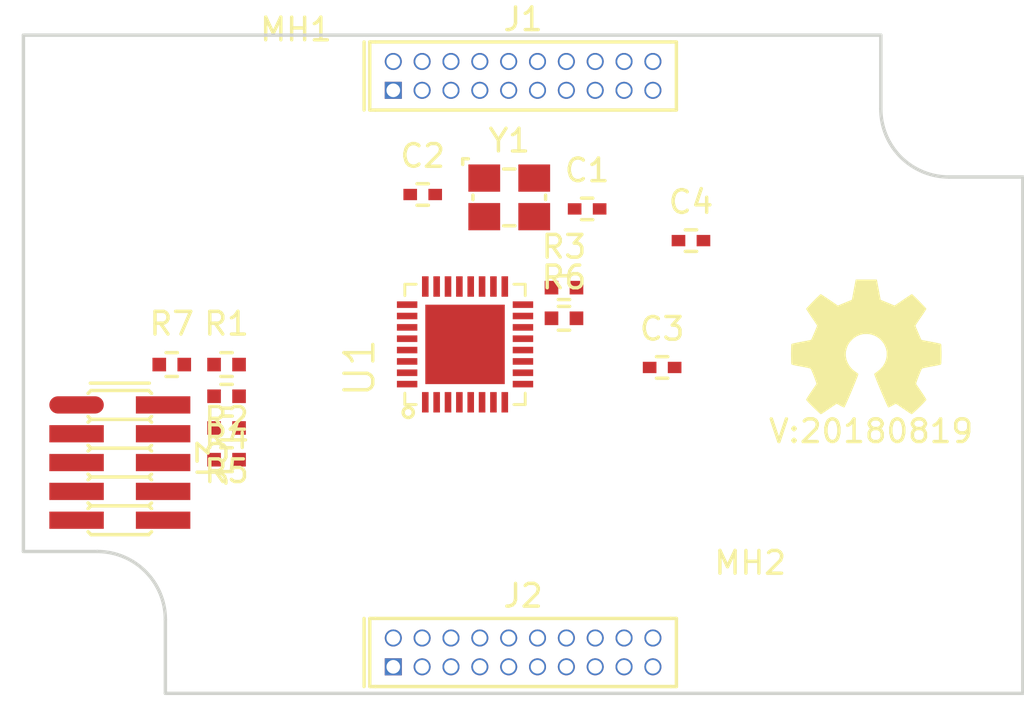
<source format=kicad_pcb>
(kicad_pcb (version 20171130) (host pcbnew 5.0.0-fee4fd1~66~ubuntu18.04.1)

  (general
    (thickness 1.6)
    (drawings 10)
    (tracks 0)
    (zones 0)
    (modules 20)
    (nets 27)
  )

  (page A4)
  (layers
    (0 F.Cu signal)
    (1 In1.Cu signal)
    (2 In2.Cu signal)
    (31 B.Cu signal)
    (32 B.Adhes user)
    (33 F.Adhes user)
    (34 B.Paste user)
    (35 F.Paste user)
    (36 B.SilkS user)
    (37 F.SilkS user)
    (38 B.Mask user)
    (39 F.Mask user)
    (40 Dwgs.User user)
    (41 Cmts.User user)
    (42 Eco1.User user)
    (43 Eco2.User user)
    (44 Edge.Cuts user)
    (45 Margin user)
    (46 B.CrtYd user)
    (47 F.CrtYd user)
    (48 B.Fab user)
    (49 F.Fab user)
  )

  (setup
    (last_trace_width 0.0889)
    (user_trace_width 0.15)
    (user_trace_width 0.2)
    (user_trace_width 0.3)
    (user_trace_width 0.4)
    (user_trace_width 0.6)
    (user_trace_width 1)
    (user_trace_width 1.5)
    (user_trace_width 2)
    (trace_clearance 0.0889)
    (zone_clearance 0.508)
    (zone_45_only no)
    (trace_min 0.0889)
    (segment_width 0.2)
    (edge_width 0.15)
    (via_size 0.45)
    (via_drill 0.2)
    (via_min_size 0.45)
    (via_min_drill 0.2)
    (user_via 0.45 0.2)
    (user_via 0.65 0.4)
    (user_via 0.75 0.6)
    (user_via 0.95 0.8)
    (user_via 1.3 1)
    (user_via 1.5 1.2)
    (user_via 1.7 1.4)
    (user_via 1.9 1.6)
    (uvia_size 0.6)
    (uvia_drill 0.3)
    (uvias_allowed no)
    (uvia_min_size 0.381)
    (uvia_min_drill 0.254)
    (pcb_text_width 0.3)
    (pcb_text_size 1.5 1.5)
    (mod_edge_width 0.15)
    (mod_text_size 1 1)
    (mod_text_width 0.15)
    (pad_size 1.524 1.524)
    (pad_drill 0.762)
    (pad_to_mask_clearance 0.2)
    (aux_axis_origin 0 0)
    (visible_elements FFFFFF7F)
    (pcbplotparams
      (layerselection 0x00030_80000001)
      (usegerberextensions false)
      (usegerberattributes false)
      (usegerberadvancedattributes false)
      (creategerberjobfile false)
      (excludeedgelayer true)
      (linewidth 0.100000)
      (plotframeref false)
      (viasonmask false)
      (mode 1)
      (useauxorigin false)
      (hpglpennumber 1)
      (hpglpenspeed 20)
      (hpglpendiameter 15.000000)
      (psnegative false)
      (psa4output false)
      (plotreference true)
      (plotvalue true)
      (plotinvisibletext false)
      (padsonsilk false)
      (subtractmaskfromsilk false)
      (outputformat 1)
      (mirror false)
      (drillshape 1)
      (scaleselection 1)
      (outputdirectory ""))
  )

  (net 0 "")
  (net 1 VDD)
  (net 2 VSS)
  (net 3 VCC)
  (net 4 VDDA)
  (net 5 VSSA)
  (net 6 /XTAL_IN)
  (net 7 /XTAL_OUT)
  (net 8 "Net-(J3-Pad1)")
  (net 9 "Net-(J3-Pad2)")
  (net 10 "Net-(J3-Pad4)")
  (net 11 "Net-(J3-Pad10)")
  (net 12 /SWDIO)
  (net 13 /SWDCLK)
  (net 14 /RESET)
  (net 15 /IO00_SDA)
  (net 16 /IO01_SCL)
  (net 17 /ANALOG0)
  (net 18 /ANALOG1)
  (net 19 /ANALOG2)
  (net 20 /ANALOG3)
  (net 21 /ANALOG4)
  (net 22 /ANALOG5)
  (net 23 /ANALOG6)
  (net 24 /ANALOG7)
  (net 25 /ANALOG8)
  (net 26 /ANALOG9)

  (net_class Default "This is the default net class."
    (clearance 0.0889)
    (trace_width 0.0889)
    (via_dia 0.45)
    (via_drill 0.2)
    (uvia_dia 0.6)
    (uvia_drill 0.3)
    (add_net /ANALOG0)
    (add_net /ANALOG1)
    (add_net /ANALOG2)
    (add_net /ANALOG3)
    (add_net /ANALOG4)
    (add_net /ANALOG5)
    (add_net /ANALOG6)
    (add_net /ANALOG7)
    (add_net /ANALOG8)
    (add_net /ANALOG9)
    (add_net /IO00_SDA)
    (add_net /IO01_SCL)
    (add_net /RESET)
    (add_net /SWDCLK)
    (add_net /SWDIO)
    (add_net /XTAL_IN)
    (add_net /XTAL_OUT)
    (add_net "Net-(J3-Pad1)")
    (add_net "Net-(J3-Pad10)")
    (add_net "Net-(J3-Pad2)")
    (add_net "Net-(J3-Pad4)")
    (add_net VCC)
    (add_net VDD)
    (add_net VDDA)
    (add_net VSS)
    (add_net VSSA)
  )

  (module Symbols:OSHW-Symbol_6.7x6mm_SilkScreen (layer F.Cu) (tedit 0) (tstamp 5A135134)
    (at 75.4 162.05)
    (descr "Open Source Hardware Symbol")
    (tags "Logo Symbol OSHW")
    (path /5A135869)
    (attr virtual)
    (fp_text reference N1 (at 0 0) (layer F.SilkS) hide
      (effects (font (size 1 1) (thickness 0.15)))
    )
    (fp_text value OHWLOGO (at 0.75 0) (layer F.Fab) hide
      (effects (font (size 1 1) (thickness 0.15)))
    )
    (fp_poly (pts (xy 0.555814 -2.531069) (xy 0.639635 -2.086445) (xy 0.94892 -1.958947) (xy 1.258206 -1.831449)
      (xy 1.629246 -2.083754) (xy 1.733157 -2.154004) (xy 1.827087 -2.216728) (xy 1.906652 -2.269062)
      (xy 1.96747 -2.308143) (xy 2.005157 -2.331107) (xy 2.015421 -2.336058) (xy 2.03391 -2.323324)
      (xy 2.07342 -2.288118) (xy 2.129522 -2.234938) (xy 2.197787 -2.168282) (xy 2.273786 -2.092646)
      (xy 2.353092 -2.012528) (xy 2.431275 -1.932426) (xy 2.503907 -1.856836) (xy 2.566559 -1.790255)
      (xy 2.614803 -1.737182) (xy 2.64421 -1.702113) (xy 2.651241 -1.690377) (xy 2.641123 -1.66874)
      (xy 2.612759 -1.621338) (xy 2.569129 -1.552807) (xy 2.513218 -1.467785) (xy 2.448006 -1.370907)
      (xy 2.410219 -1.31565) (xy 2.341343 -1.214752) (xy 2.28014 -1.123701) (xy 2.229578 -1.04703)
      (xy 2.192628 -0.989272) (xy 2.172258 -0.954957) (xy 2.169197 -0.947746) (xy 2.176136 -0.927252)
      (xy 2.195051 -0.879487) (xy 2.223087 -0.811168) (xy 2.257391 -0.729011) (xy 2.295109 -0.63973)
      (xy 2.333387 -0.550042) (xy 2.36937 -0.466662) (xy 2.400206 -0.396306) (xy 2.423039 -0.34569)
      (xy 2.435017 -0.321529) (xy 2.435724 -0.320578) (xy 2.454531 -0.315964) (xy 2.504618 -0.305672)
      (xy 2.580793 -0.290713) (xy 2.677865 -0.272099) (xy 2.790643 -0.250841) (xy 2.856442 -0.238582)
      (xy 2.97695 -0.215638) (xy 3.085797 -0.193805) (xy 3.177476 -0.174278) (xy 3.246481 -0.158252)
      (xy 3.287304 -0.146921) (xy 3.295511 -0.143326) (xy 3.303548 -0.118994) (xy 3.310033 -0.064041)
      (xy 3.31497 0.015108) (xy 3.318364 0.112026) (xy 3.320218 0.220287) (xy 3.320538 0.333465)
      (xy 3.319327 0.445135) (xy 3.31659 0.548868) (xy 3.312331 0.638241) (xy 3.306555 0.706826)
      (xy 3.299267 0.748197) (xy 3.294895 0.75681) (xy 3.268764 0.767133) (xy 3.213393 0.781892)
      (xy 3.136107 0.799352) (xy 3.04423 0.81778) (xy 3.012158 0.823741) (xy 2.857524 0.852066)
      (xy 2.735375 0.874876) (xy 2.641673 0.89308) (xy 2.572384 0.907583) (xy 2.523471 0.919292)
      (xy 2.490897 0.929115) (xy 2.470628 0.937956) (xy 2.458626 0.946724) (xy 2.456947 0.948457)
      (xy 2.440184 0.976371) (xy 2.414614 1.030695) (xy 2.382788 1.104777) (xy 2.34726 1.191965)
      (xy 2.310583 1.285608) (xy 2.275311 1.379052) (xy 2.243996 1.465647) (xy 2.219193 1.53874)
      (xy 2.203454 1.591678) (xy 2.199332 1.617811) (xy 2.199676 1.618726) (xy 2.213641 1.640086)
      (xy 2.245322 1.687084) (xy 2.291391 1.754827) (xy 2.348518 1.838423) (xy 2.413373 1.932982)
      (xy 2.431843 1.959854) (xy 2.497699 2.057275) (xy 2.55565 2.146163) (xy 2.602538 2.221412)
      (xy 2.635207 2.27792) (xy 2.6505 2.310581) (xy 2.651241 2.314593) (xy 2.638392 2.335684)
      (xy 2.602888 2.377464) (xy 2.549293 2.435445) (xy 2.482171 2.505135) (xy 2.406087 2.582045)
      (xy 2.325604 2.661683) (xy 2.245287 2.739561) (xy 2.169699 2.811186) (xy 2.103405 2.87207)
      (xy 2.050969 2.917721) (xy 2.016955 2.94365) (xy 2.007545 2.947883) (xy 1.985643 2.937912)
      (xy 1.9408 2.91102) (xy 1.880321 2.871736) (xy 1.833789 2.840117) (xy 1.749475 2.782098)
      (xy 1.649626 2.713784) (xy 1.549473 2.645579) (xy 1.495627 2.609075) (xy 1.313371 2.4858)
      (xy 1.160381 2.56852) (xy 1.090682 2.604759) (xy 1.031414 2.632926) (xy 0.991311 2.648991)
      (xy 0.981103 2.651226) (xy 0.968829 2.634722) (xy 0.944613 2.588082) (xy 0.910263 2.515609)
      (xy 0.867588 2.421606) (xy 0.818394 2.310374) (xy 0.76449 2.186215) (xy 0.707684 2.053432)
      (xy 0.649782 1.916327) (xy 0.592593 1.779202) (xy 0.537924 1.646358) (xy 0.487584 1.522098)
      (xy 0.44338 1.410725) (xy 0.407119 1.316539) (xy 0.380609 1.243844) (xy 0.365658 1.196941)
      (xy 0.363254 1.180833) (xy 0.382311 1.160286) (xy 0.424036 1.126933) (xy 0.479706 1.087702)
      (xy 0.484378 1.084599) (xy 0.628264 0.969423) (xy 0.744283 0.835053) (xy 0.83143 0.685784)
      (xy 0.888699 0.525913) (xy 0.915086 0.359737) (xy 0.909585 0.191552) (xy 0.87119 0.025655)
      (xy 0.798895 -0.133658) (xy 0.777626 -0.168513) (xy 0.666996 -0.309263) (xy 0.536302 -0.422286)
      (xy 0.390064 -0.506997) (xy 0.232808 -0.562806) (xy 0.069057 -0.589126) (xy -0.096667 -0.58537)
      (xy -0.259838 -0.55095) (xy -0.415935 -0.485277) (xy -0.560433 -0.387765) (xy -0.605131 -0.348187)
      (xy -0.718888 -0.224297) (xy -0.801782 -0.093876) (xy -0.858644 0.052315) (xy -0.890313 0.197088)
      (xy -0.898131 0.35986) (xy -0.872062 0.52344) (xy -0.814755 0.682298) (xy -0.728856 0.830906)
      (xy -0.617014 0.963735) (xy -0.481877 1.075256) (xy -0.464117 1.087011) (xy -0.40785 1.125508)
      (xy -0.365077 1.158863) (xy -0.344628 1.18016) (xy -0.344331 1.180833) (xy -0.348721 1.203871)
      (xy -0.366124 1.256157) (xy -0.394732 1.33339) (xy -0.432735 1.431268) (xy -0.478326 1.545491)
      (xy -0.529697 1.671758) (xy -0.585038 1.805767) (xy -0.642542 1.943218) (xy -0.700399 2.079808)
      (xy -0.756802 2.211237) (xy -0.809942 2.333205) (xy -0.85801 2.441409) (xy -0.899199 2.531549)
      (xy -0.931699 2.599323) (xy -0.953703 2.64043) (xy -0.962564 2.651226) (xy -0.98964 2.642819)
      (xy -1.040303 2.620272) (xy -1.105817 2.587613) (xy -1.141841 2.56852) (xy -1.294832 2.4858)
      (xy -1.477088 2.609075) (xy -1.570125 2.672228) (xy -1.671985 2.741727) (xy -1.767438 2.807165)
      (xy -1.81525 2.840117) (xy -1.882495 2.885273) (xy -1.939436 2.921057) (xy -1.978646 2.942938)
      (xy -1.991381 2.947563) (xy -2.009917 2.935085) (xy -2.050941 2.900252) (xy -2.110475 2.846678)
      (xy -2.184542 2.777983) (xy -2.269165 2.697781) (xy -2.322685 2.646286) (xy -2.416319 2.554286)
      (xy -2.497241 2.471999) (xy -2.562177 2.402945) (xy -2.607858 2.350644) (xy -2.631011 2.318616)
      (xy -2.633232 2.312116) (xy -2.622924 2.287394) (xy -2.594439 2.237405) (xy -2.550937 2.167212)
      (xy -2.495577 2.081875) (xy -2.43152 1.986456) (xy -2.413303 1.959854) (xy -2.346927 1.863167)
      (xy -2.287378 1.776117) (xy -2.237984 1.703595) (xy -2.202075 1.650493) (xy -2.182981 1.621703)
      (xy -2.181136 1.618726) (xy -2.183895 1.595782) (xy -2.198538 1.545336) (xy -2.222513 1.474041)
      (xy -2.253266 1.388547) (xy -2.288244 1.295507) (xy -2.324893 1.201574) (xy -2.360661 1.113399)
      (xy -2.392994 1.037634) (xy -2.419338 0.980931) (xy -2.437142 0.949943) (xy -2.438407 0.948457)
      (xy -2.449294 0.939601) (xy -2.467682 0.930843) (xy -2.497606 0.921277) (xy -2.543103 0.909996)
      (xy -2.608209 0.896093) (xy -2.696961 0.878663) (xy -2.813393 0.856798) (xy -2.961542 0.829591)
      (xy -2.993618 0.823741) (xy -3.088686 0.805374) (xy -3.171565 0.787405) (xy -3.23493 0.771569)
      (xy -3.271458 0.7596) (xy -3.276356 0.75681) (xy -3.284427 0.732072) (xy -3.290987 0.67679)
      (xy -3.296033 0.597389) (xy -3.299559 0.500296) (xy -3.301561 0.391938) (xy -3.302036 0.27874)
      (xy -3.300977 0.167128) (xy -3.298382 0.063529) (xy -3.294246 -0.025632) (xy -3.288563 -0.093928)
      (xy -3.281331 -0.134934) (xy -3.276971 -0.143326) (xy -3.252698 -0.151792) (xy -3.197426 -0.165565)
      (xy -3.116662 -0.18345) (xy -3.015912 -0.204252) (xy -2.900683 -0.226777) (xy -2.837902 -0.238582)
      (xy -2.718787 -0.260849) (xy -2.612565 -0.281021) (xy -2.524427 -0.298085) (xy -2.459566 -0.311031)
      (xy -2.423174 -0.318845) (xy -2.417184 -0.320578) (xy -2.407061 -0.34011) (xy -2.385662 -0.387157)
      (xy -2.355839 -0.454997) (xy -2.320445 -0.536909) (xy -2.282332 -0.626172) (xy -2.244353 -0.716065)
      (xy -2.20936 -0.799865) (xy -2.180206 -0.870853) (xy -2.159743 -0.922306) (xy -2.150823 -0.947503)
      (xy -2.150657 -0.948604) (xy -2.160769 -0.968481) (xy -2.189117 -1.014223) (xy -2.232723 -1.081283)
      (xy -2.288606 -1.165116) (xy -2.353787 -1.261174) (xy -2.391679 -1.31635) (xy -2.460725 -1.417519)
      (xy -2.52205 -1.50937) (xy -2.572663 -1.587256) (xy -2.609571 -1.646531) (xy -2.629782 -1.682549)
      (xy -2.632701 -1.690623) (xy -2.620153 -1.709416) (xy -2.585463 -1.749543) (xy -2.533063 -1.806507)
      (xy -2.467384 -1.875815) (xy -2.392856 -1.952969) (xy -2.313913 -2.033475) (xy -2.234983 -2.112837)
      (xy -2.1605 -2.18656) (xy -2.094894 -2.250148) (xy -2.042596 -2.299106) (xy -2.008039 -2.328939)
      (xy -1.996478 -2.336058) (xy -1.977654 -2.326047) (xy -1.932631 -2.297922) (xy -1.865787 -2.254546)
      (xy -1.781499 -2.198782) (xy -1.684144 -2.133494) (xy -1.610707 -2.083754) (xy -1.239667 -1.831449)
      (xy -0.621095 -2.086445) (xy -0.537275 -2.531069) (xy -0.453454 -2.975693) (xy 0.471994 -2.975693)
      (xy 0.555814 -2.531069)) (layer F.SilkS) (width 0.01))
  )

  (module SquantorLabels:Label_version (layer F.Cu) (tedit 5B5A1E49) (tstamp 5B7D93BE)
    (at 76.7 165.85)
    (path /5A1357A5)
    (fp_text reference N2 (at 0 1.4) (layer F.Fab) hide
      (effects (font (size 1 1) (thickness 0.15)))
    )
    (fp_text value 20180819 (at -0.4 -0.1) (layer F.SilkS)
      (effects (font (size 1 1) (thickness 0.15)))
    )
    (fp_text user V: (at -4.9 -0.1) (layer F.SilkS)
      (effects (font (size 1 1) (thickness 0.15)))
    )
  )

  (module SquantorConnectors:Header-0127-2X10-H006 locked (layer F.Cu) (tedit 5B313BA7) (tstamp 5B81CE41)
    (at 60.2996 150.1)
    (path /5B7AC4CB)
    (fp_text reference J1 (at 0 -2.5) (layer F.SilkS)
      (effects (font (size 1 1) (thickness 0.15)))
    )
    (fp_text value DevBoardDigital (at 0 2.5) (layer F.Fab)
      (effects (font (size 1 1) (thickness 0.15)))
    )
    (fp_line (start -7 -1.5) (end -7 1.5) (layer F.SilkS) (width 0.15))
    (fp_line (start 6.75 -1.5) (end 6.5 -1.5) (layer F.SilkS) (width 0.15))
    (fp_line (start 6.75 1.5) (end 6.75 -1.5) (layer F.SilkS) (width 0.15))
    (fp_line (start 6.5 1.5) (end 6.75 1.5) (layer F.SilkS) (width 0.15))
    (fp_line (start -6.75 1.5) (end -6.5 1.5) (layer F.SilkS) (width 0.15))
    (fp_line (start -6.75 -1.5) (end -6.75 1.5) (layer F.SilkS) (width 0.15))
    (fp_line (start -6.5 -1.5) (end -6.75 -1.5) (layer F.SilkS) (width 0.15))
    (fp_line (start 6.5 1.5) (end -6.5 1.5) (layer F.SilkS) (width 0.15))
    (fp_line (start -6.5 -1.5) (end 6.5 -1.5) (layer F.SilkS) (width 0.15))
    (pad 1 thru_hole rect (at -5.715 0.63089) (size 0.75 0.75) (drill 0.6) (layers *.Cu *.Mask)
      (net 1 VDD))
    (pad 2 thru_hole circle (at -5.715 -0.63911) (size 0.75 0.75) (drill 0.6) (layers *.Cu *.Mask)
      (net 1 VDD))
    (pad 3 thru_hole circle (at -4.445 0.63089) (size 0.75 0.75) (drill 0.6) (layers *.Cu *.Mask)
      (net 2 VSS))
    (pad 4 thru_hole circle (at -4.445 -0.63911) (size 0.75 0.75) (drill 0.6) (layers *.Cu *.Mask)
      (net 2 VSS))
    (pad 5 thru_hole circle (at -3.175 0.63089) (size 0.75 0.75) (drill 0.6) (layers *.Cu *.Mask)
      (net 15 /IO00_SDA))
    (pad 6 thru_hole circle (at -3.175 -0.63911) (size 0.75 0.75) (drill 0.6) (layers *.Cu *.Mask)
      (net 16 /IO01_SCL))
    (pad 7 thru_hole circle (at -1.905 0.63089) (size 0.75 0.75) (drill 0.6) (layers *.Cu *.Mask))
    (pad 8 thru_hole circle (at -1.905 -0.63911) (size 0.75 0.75) (drill 0.6) (layers *.Cu *.Mask))
    (pad 9 thru_hole circle (at -0.635 0.63089) (size 0.75 0.75) (drill 0.6) (layers *.Cu *.Mask))
    (pad 10 thru_hole circle (at -0.635 -0.63911) (size 0.75 0.75) (drill 0.6) (layers *.Cu *.Mask))
    (pad 11 thru_hole circle (at 0.635 0.63089) (size 0.75 0.75) (drill 0.6) (layers *.Cu *.Mask))
    (pad 12 thru_hole circle (at 0.635 -0.63911) (size 0.75 0.75) (drill 0.6) (layers *.Cu *.Mask))
    (pad 13 thru_hole circle (at 1.905 0.63089) (size 0.75 0.75) (drill 0.6) (layers *.Cu *.Mask))
    (pad 14 thru_hole circle (at 1.905 -0.63911) (size 0.75 0.75) (drill 0.6) (layers *.Cu *.Mask))
    (pad 15 thru_hole circle (at 3.175 0.63089) (size 0.75 0.75) (drill 0.6) (layers *.Cu *.Mask))
    (pad 16 thru_hole circle (at 3.175 -0.63911) (size 0.75 0.75) (drill 0.6) (layers *.Cu *.Mask))
    (pad 17 thru_hole circle (at 4.445 0.63089) (size 0.75 0.75) (drill 0.6) (layers *.Cu *.Mask))
    (pad 18 thru_hole circle (at 4.445 -0.63911) (size 0.75 0.75) (drill 0.6) (layers *.Cu *.Mask))
    (pad 19 thru_hole circle (at 5.715 0.63089) (size 0.75 0.75) (drill 0.6) (layers *.Cu *.Mask))
    (pad 20 thru_hole circle (at 5.715 -0.63911) (size 0.75 0.75) (drill 0.6) (layers *.Cu *.Mask))
  )

  (module SquantorConnectors:Header-0127-2X10-H006 (layer F.Cu) (tedit 5B313BA7) (tstamp 5B866FA7)
    (at 60.3 175.5)
    (path /5B7AC569)
    (fp_text reference J2 (at 0 -2.5) (layer F.SilkS)
      (effects (font (size 1 1) (thickness 0.15)))
    )
    (fp_text value DevBoardAnalog (at 0 2.5) (layer F.Fab)
      (effects (font (size 1 1) (thickness 0.15)))
    )
    (fp_line (start -7 -1.5) (end -7 1.5) (layer F.SilkS) (width 0.15))
    (fp_line (start 6.75 -1.5) (end 6.5 -1.5) (layer F.SilkS) (width 0.15))
    (fp_line (start 6.75 1.5) (end 6.75 -1.5) (layer F.SilkS) (width 0.15))
    (fp_line (start 6.5 1.5) (end 6.75 1.5) (layer F.SilkS) (width 0.15))
    (fp_line (start -6.75 1.5) (end -6.5 1.5) (layer F.SilkS) (width 0.15))
    (fp_line (start -6.75 -1.5) (end -6.75 1.5) (layer F.SilkS) (width 0.15))
    (fp_line (start -6.5 -1.5) (end -6.75 -1.5) (layer F.SilkS) (width 0.15))
    (fp_line (start 6.5 1.5) (end -6.5 1.5) (layer F.SilkS) (width 0.15))
    (fp_line (start -6.5 -1.5) (end 6.5 -1.5) (layer F.SilkS) (width 0.15))
    (pad 1 thru_hole rect (at -5.715 0.63089) (size 0.75 0.75) (drill 0.6) (layers *.Cu *.Mask)
      (net 3 VCC))
    (pad 2 thru_hole circle (at -5.715 -0.63911) (size 0.75 0.75) (drill 0.6) (layers *.Cu *.Mask)
      (net 3 VCC))
    (pad 3 thru_hole circle (at -4.445 0.63089) (size 0.75 0.75) (drill 0.6) (layers *.Cu *.Mask)
      (net 2 VSS))
    (pad 4 thru_hole circle (at -4.445 -0.63911) (size 0.75 0.75) (drill 0.6) (layers *.Cu *.Mask)
      (net 2 VSS))
    (pad 5 thru_hole circle (at -3.175 0.63089) (size 0.75 0.75) (drill 0.6) (layers *.Cu *.Mask)
      (net 4 VDDA))
    (pad 6 thru_hole circle (at -3.175 -0.63911) (size 0.75 0.75) (drill 0.6) (layers *.Cu *.Mask)
      (net 4 VDDA))
    (pad 7 thru_hole circle (at -1.905 0.63089) (size 0.75 0.75) (drill 0.6) (layers *.Cu *.Mask)
      (net 5 VSSA))
    (pad 8 thru_hole circle (at -1.905 -0.63911) (size 0.75 0.75) (drill 0.6) (layers *.Cu *.Mask)
      (net 5 VSSA))
    (pad 9 thru_hole circle (at -0.635 0.63089) (size 0.75 0.75) (drill 0.6) (layers *.Cu *.Mask))
    (pad 10 thru_hole circle (at -0.635 -0.63911) (size 0.75 0.75) (drill 0.6) (layers *.Cu *.Mask))
    (pad 11 thru_hole circle (at 0.635 0.63089) (size 0.75 0.75) (drill 0.6) (layers *.Cu *.Mask)
      (net 17 /ANALOG0))
    (pad 12 thru_hole circle (at 0.635 -0.63911) (size 0.75 0.75) (drill 0.6) (layers *.Cu *.Mask)
      (net 18 /ANALOG1))
    (pad 13 thru_hole circle (at 1.905 0.63089) (size 0.75 0.75) (drill 0.6) (layers *.Cu *.Mask)
      (net 19 /ANALOG2))
    (pad 14 thru_hole circle (at 1.905 -0.63911) (size 0.75 0.75) (drill 0.6) (layers *.Cu *.Mask)
      (net 20 /ANALOG3))
    (pad 15 thru_hole circle (at 3.175 0.63089) (size 0.75 0.75) (drill 0.6) (layers *.Cu *.Mask)
      (net 21 /ANALOG4))
    (pad 16 thru_hole circle (at 3.175 -0.63911) (size 0.75 0.75) (drill 0.6) (layers *.Cu *.Mask)
      (net 22 /ANALOG5))
    (pad 17 thru_hole circle (at 4.445 0.63089) (size 0.75 0.75) (drill 0.6) (layers *.Cu *.Mask)
      (net 23 /ANALOG6))
    (pad 18 thru_hole circle (at 4.445 -0.63911) (size 0.75 0.75) (drill 0.6) (layers *.Cu *.Mask)
      (net 24 /ANALOG7))
    (pad 19 thru_hole circle (at 5.715 0.63089) (size 0.75 0.75) (drill 0.6) (layers *.Cu *.Mask)
      (net 25 /ANALOG8))
    (pad 20 thru_hole circle (at 5.715 -0.63911) (size 0.75 0.75) (drill 0.6) (layers *.Cu *.Mask)
      (net 26 /ANALOG9))
  )

  (module SquantorPcbOutline:MountingHole_2.5mm_no_metal locked (layer F.Cu) (tedit 5B1CFFB2) (tstamp 5B89BEB8)
    (at 50.3 151.05)
    (path /5B7AD05B)
    (fp_text reference MH1 (at 0 -3) (layer F.SilkS)
      (effects (font (size 1 1) (thickness 0.15)))
    )
    (fp_text value MountingHole (at 0 3) (layer F.Fab)
      (effects (font (size 1 1) (thickness 0.15)))
    )
    (pad "" np_thru_hole circle (at 0 0) (size 2.5 2.5) (drill 2.5) (layers *.Cu *.Mask))
  )

  (module SquantorPcbOutline:MountingHole_2.5mm_no_metal locked (layer F.Cu) (tedit 5B1CFFB2) (tstamp 5B89BEBD)
    (at 70.3 174.55)
    (path /5B7AD009)
    (fp_text reference MH2 (at 0 -3) (layer F.SilkS)
      (effects (font (size 1 1) (thickness 0.15)))
    )
    (fp_text value MountingHole (at 0 3) (layer F.Fab)
      (effects (font (size 1 1) (thickness 0.15)))
    )
    (pad "" np_thru_hole circle (at 0 0) (size 2.5 2.5) (drill 2.5) (layers *.Cu *.Mask))
  )

  (module SquantorRcl:C_0402 (layer F.Cu) (tedit 58D18F8A) (tstamp 5B899DF9)
    (at 63.119 155.956)
    (descr "Capacitor SMD 0402, reflow soldering, AVX (see smccp.pdf)")
    (tags "capacitor 0402")
    (path /5B85E099)
    (attr smd)
    (fp_text reference C1 (at 0 -1.7) (layer F.SilkS)
      (effects (font (size 1 1) (thickness 0.15)))
    )
    (fp_text value 10p (at 0 1.7) (layer F.Fab)
      (effects (font (size 1 1) (thickness 0.15)))
    )
    (fp_line (start -0.25 0.475) (end 0.25 0.475) (layer F.SilkS) (width 0.15))
    (fp_line (start 0.25 -0.475) (end -0.25 -0.475) (layer F.SilkS) (width 0.15))
    (fp_line (start 1.15 -0.6) (end 1.15 0.6) (layer F.CrtYd) (width 0.05))
    (fp_line (start -1.15 -0.6) (end -1.15 0.6) (layer F.CrtYd) (width 0.05))
    (fp_line (start -1.15 0.6) (end 1.15 0.6) (layer F.CrtYd) (width 0.05))
    (fp_line (start -1.15 -0.6) (end 1.15 -0.6) (layer F.CrtYd) (width 0.05))
    (fp_line (start -0.5 -0.25) (end 0.5 -0.25) (layer F.Fab) (width 0.15))
    (fp_line (start 0.5 -0.25) (end 0.5 0.25) (layer F.Fab) (width 0.15))
    (fp_line (start 0.5 0.25) (end -0.5 0.25) (layer F.Fab) (width 0.15))
    (fp_line (start -0.5 0.25) (end -0.5 -0.25) (layer F.Fab) (width 0.15))
    (pad 2 smd rect (at 0.55 0) (size 0.6 0.5) (layers F.Cu F.Paste F.Mask)
      (net 2 VSS) (solder_mask_margin 0.1))
    (pad 1 smd rect (at -0.55 0) (size 0.6 0.5) (layers F.Cu F.Paste F.Mask)
      (net 6 /XTAL_IN) (solder_mask_margin 0.1))
    (model Capacitors_SMD.3dshapes/C_0402.wrl
      (at (xyz 0 0 0))
      (scale (xyz 1 1 1))
      (rotate (xyz 0 0 0))
    )
  )

  (module SquantorRcl:C_0402 (layer F.Cu) (tedit 58D18F8A) (tstamp 5B899E09)
    (at 55.88 155.321)
    (descr "Capacitor SMD 0402, reflow soldering, AVX (see smccp.pdf)")
    (tags "capacitor 0402")
    (path /5B85E03F)
    (attr smd)
    (fp_text reference C2 (at 0 -1.7) (layer F.SilkS)
      (effects (font (size 1 1) (thickness 0.15)))
    )
    (fp_text value 10p (at 0 1.7) (layer F.Fab)
      (effects (font (size 1 1) (thickness 0.15)))
    )
    (fp_line (start -0.5 0.25) (end -0.5 -0.25) (layer F.Fab) (width 0.15))
    (fp_line (start 0.5 0.25) (end -0.5 0.25) (layer F.Fab) (width 0.15))
    (fp_line (start 0.5 -0.25) (end 0.5 0.25) (layer F.Fab) (width 0.15))
    (fp_line (start -0.5 -0.25) (end 0.5 -0.25) (layer F.Fab) (width 0.15))
    (fp_line (start -1.15 -0.6) (end 1.15 -0.6) (layer F.CrtYd) (width 0.05))
    (fp_line (start -1.15 0.6) (end 1.15 0.6) (layer F.CrtYd) (width 0.05))
    (fp_line (start -1.15 -0.6) (end -1.15 0.6) (layer F.CrtYd) (width 0.05))
    (fp_line (start 1.15 -0.6) (end 1.15 0.6) (layer F.CrtYd) (width 0.05))
    (fp_line (start 0.25 -0.475) (end -0.25 -0.475) (layer F.SilkS) (width 0.15))
    (fp_line (start -0.25 0.475) (end 0.25 0.475) (layer F.SilkS) (width 0.15))
    (pad 1 smd rect (at -0.55 0) (size 0.6 0.5) (layers F.Cu F.Paste F.Mask)
      (net 7 /XTAL_OUT) (solder_mask_margin 0.1))
    (pad 2 smd rect (at 0.55 0) (size 0.6 0.5) (layers F.Cu F.Paste F.Mask)
      (net 2 VSS) (solder_mask_margin 0.1))
    (model Capacitors_SMD.3dshapes/C_0402.wrl
      (at (xyz 0 0 0))
      (scale (xyz 1 1 1))
      (rotate (xyz 0 0 0))
    )
  )

  (module SquantorCrystal:Crystal_3225_4 (layer F.Cu) (tedit 5B85A744) (tstamp 5B899E1F)
    (at 59.69 155.448)
    (path /5B85D8C5)
    (attr smd)
    (fp_text reference Y1 (at 0 -2.5) (layer F.SilkS)
      (effects (font (size 1 1) (thickness 0.15)))
    )
    (fp_text value 12MHz (at 0 2.5) (layer F.Fab)
      (effects (font (size 1 1) (thickness 0.15)))
    )
    (fp_line (start -1.6 -0.1) (end -1.6 0.1) (layer F.SilkS) (width 0.15))
    (fp_line (start -0.25 -1.25) (end 0.25 -1.25) (layer F.SilkS) (width 0.15))
    (fp_line (start 1.6 0.1) (end 1.6 -0.1) (layer F.SilkS) (width 0.15))
    (fp_line (start -0.25 1.25) (end 0.25 1.25) (layer F.SilkS) (width 0.15))
    (fp_line (start -1.6 -1.25) (end 1.6 -1.25) (layer F.Fab) (width 0.15))
    (fp_line (start 1.6 -1.25) (end 1.6 1.25) (layer F.Fab) (width 0.15))
    (fp_line (start 1.6 1.25) (end -1.6 1.25) (layer F.Fab) (width 0.15))
    (fp_line (start -1.6 1.25) (end -1.6 -1.25) (layer F.Fab) (width 0.15))
    (fp_line (start -2.05 -1.7) (end 2.05 -1.7) (layer F.CrtYd) (width 0.05))
    (fp_line (start 2.05 -1.7) (end 2.05 1.7) (layer F.CrtYd) (width 0.05))
    (fp_line (start 2.05 1.7) (end -2.05 1.7) (layer F.CrtYd) (width 0.05))
    (fp_line (start -2.05 1.7) (end -2.05 -1.7) (layer F.CrtYd) (width 0.05))
    (fp_line (start -2.05 -1.7) (end -1.8 -1.7) (layer F.SilkS) (width 0.15))
    (fp_line (start -2.05 -1.7) (end -2.05 -1.45) (layer F.SilkS) (width 0.15))
    (pad 1 smd rect (at -1.1 -0.85) (size 1.4 1.2) (layers F.Cu F.Paste F.Mask)
      (net 6 /XTAL_IN))
    (pad 2 smd rect (at 1.1 -0.85) (size 1.4 1.2) (layers F.Cu F.Paste F.Mask)
      (net 2 VSS))
    (pad 3 smd rect (at 1.1 0.85) (size 1.4 1.2) (layers F.Cu F.Paste F.Mask)
      (net 7 /XTAL_OUT))
    (pad 4 smd rect (at -1.1 0.85) (size 1.4 1.2) (layers F.Cu F.Paste F.Mask)
      (net 2 VSS))
  )

  (module SquantorRcl:C_0402 (layer F.Cu) (tedit 58D18F8A) (tstamp 5B8DD0B4)
    (at 66.421 162.941)
    (descr "Capacitor SMD 0402, reflow soldering, AVX (see smccp.pdf)")
    (tags "capacitor 0402")
    (path /5B8777D2)
    (attr smd)
    (fp_text reference C3 (at 0 -1.7) (layer F.SilkS)
      (effects (font (size 1 1) (thickness 0.15)))
    )
    (fp_text value 100n (at 0 1.7) (layer F.Fab)
      (effects (font (size 1 1) (thickness 0.15)))
    )
    (fp_line (start -0.5 0.25) (end -0.5 -0.25) (layer F.Fab) (width 0.15))
    (fp_line (start 0.5 0.25) (end -0.5 0.25) (layer F.Fab) (width 0.15))
    (fp_line (start 0.5 -0.25) (end 0.5 0.25) (layer F.Fab) (width 0.15))
    (fp_line (start -0.5 -0.25) (end 0.5 -0.25) (layer F.Fab) (width 0.15))
    (fp_line (start -1.15 -0.6) (end 1.15 -0.6) (layer F.CrtYd) (width 0.05))
    (fp_line (start -1.15 0.6) (end 1.15 0.6) (layer F.CrtYd) (width 0.05))
    (fp_line (start -1.15 -0.6) (end -1.15 0.6) (layer F.CrtYd) (width 0.05))
    (fp_line (start 1.15 -0.6) (end 1.15 0.6) (layer F.CrtYd) (width 0.05))
    (fp_line (start 0.25 -0.475) (end -0.25 -0.475) (layer F.SilkS) (width 0.15))
    (fp_line (start -0.25 0.475) (end 0.25 0.475) (layer F.SilkS) (width 0.15))
    (pad 1 smd rect (at -0.55 0) (size 0.6 0.5) (layers F.Cu F.Paste F.Mask)
      (net 1 VDD) (solder_mask_margin 0.1))
    (pad 2 smd rect (at 0.55 0) (size 0.6 0.5) (layers F.Cu F.Paste F.Mask)
      (net 2 VSS) (solder_mask_margin 0.1))
    (model Capacitors_SMD.3dshapes/C_0402.wrl
      (at (xyz 0 0 0))
      (scale (xyz 1 1 1))
      (rotate (xyz 0 0 0))
    )
  )

  (module SquantorConnectors:Header-0127-2X05-SMD (layer F.Cu) (tedit 58D189FC) (tstamp 5B8DD0DE)
    (at 42.545 167.132 270)
    (path /5B860550)
    (attr smd)
    (fp_text reference J3 (at 0 -4.09 270) (layer F.SilkS)
      (effects (font (size 1.27 1.27) (thickness 0.15)))
    )
    (fp_text value JTAG_2X05 (at -0.02 4.27 270) (layer F.Fab)
      (effects (font (size 1.27 1.27) (thickness 0.15)))
    )
    (fp_line (start -3.5 -1.3) (end -3.5 1.3) (layer F.SilkS) (width 0.15))
    (fp_line (start -0.635 -1.27) (end -0.762 -1.397) (layer F.SilkS) (width 0.15))
    (fp_line (start -0.635 -1.27) (end -0.508 -1.397) (layer F.SilkS) (width 0.15))
    (fp_line (start 0.635 -1.27) (end 0.508 -1.397) (layer F.SilkS) (width 0.15))
    (fp_line (start 0.635 -1.27) (end 0.762 -1.397) (layer F.SilkS) (width 0.15))
    (fp_line (start 1.905 -1.27) (end 1.778 -1.397) (layer F.SilkS) (width 0.15))
    (fp_line (start 1.905 -1.27) (end 2.032 -1.397) (layer F.SilkS) (width 0.15))
    (fp_line (start 3.175 -1.27) (end 3.048 -1.397) (layer F.SilkS) (width 0.15))
    (fp_line (start 3.175 1.27) (end 3.048 1.397) (layer F.SilkS) (width 0.15))
    (fp_line (start 1.905 1.27) (end 2.032 1.397) (layer F.SilkS) (width 0.15))
    (fp_line (start 1.778 1.397) (end 1.905 1.27) (layer F.SilkS) (width 0.15))
    (fp_line (start 1.905 1.27) (end 1.778 1.397) (layer F.SilkS) (width 0.15))
    (fp_line (start 0.635 1.27) (end 0.762 1.397) (layer F.SilkS) (width 0.15))
    (fp_line (start 0.635 1.27) (end 0.508 1.397) (layer F.SilkS) (width 0.15))
    (fp_line (start -0.635 1.27) (end -0.508 1.397) (layer F.SilkS) (width 0.15))
    (fp_line (start -0.635 1.27) (end -0.762 1.397) (layer F.SilkS) (width 0.15))
    (fp_line (start -1.905 1.27) (end -1.778 1.397) (layer F.SilkS) (width 0.15))
    (fp_line (start -1.905 1.27) (end -2.032 1.397) (layer F.SilkS) (width 0.15))
    (fp_line (start -3.175 1.27) (end -3.048 1.397) (layer F.SilkS) (width 0.15))
    (fp_line (start -1.905 -1.27) (end -1.778 -1.397) (layer F.SilkS) (width 0.15))
    (fp_line (start -1.905 -1.27) (end -2.032 -1.397) (layer F.SilkS) (width 0.15))
    (fp_line (start -3.175 -1.27) (end -3.048 -1.397) (layer F.SilkS) (width 0.15))
    (fp_line (start -3.175 1.27) (end -3.175 -1.27) (layer F.SilkS) (width 0.15))
    (fp_line (start -1.905 -1.27) (end -1.905 1.27) (layer F.SilkS) (width 0.1524))
    (fp_line (start -0.635 -1.27) (end -0.635 1.27) (layer F.SilkS) (width 0.1524))
    (fp_line (start 0.635 -1.27) (end 0.635 1.27) (layer F.SilkS) (width 0.1524))
    (fp_line (start 1.905 -1.27) (end 1.905 1.27) (layer F.SilkS) (width 0.1524))
    (fp_line (start 3.175 -1.27) (end 3.175 1.27) (layer F.SilkS) (width 0.1524))
    (pad 1 smd oval (at -2.54 1.905) (size 2.39776 0.75946) (layers F.Cu F.Paste F.Mask)
      (net 8 "Net-(J3-Pad1)"))
    (pad 2 smd rect (at -2.54 -1.905) (size 2.39776 0.75946) (layers F.Cu F.Paste F.Mask)
      (net 9 "Net-(J3-Pad2)"))
    (pad 3 smd rect (at -1.27 1.905) (size 2.39776 0.75946) (layers F.Cu F.Paste F.Mask)
      (net 2 VSS))
    (pad 4 smd rect (at -1.27 -1.905) (size 2.39776 0.75946) (layers F.Cu F.Paste F.Mask)
      (net 10 "Net-(J3-Pad4)"))
    (pad 5 smd rect (at 0 1.905) (size 2.39776 0.75946) (layers F.Cu F.Paste F.Mask)
      (net 2 VSS))
    (pad 6 smd rect (at 0 -1.905) (size 2.39776 0.75946) (layers F.Cu F.Paste F.Mask))
    (pad 7 smd rect (at 1.27 1.905) (size 2.39776 0.75946) (layers F.Cu F.Paste F.Mask))
    (pad 8 smd rect (at 1.27 -1.905) (size 2.39776 0.75946) (layers F.Cu F.Paste F.Mask))
    (pad 9 smd rect (at 2.54 1.905) (size 2.39776 0.75946) (layers F.Cu F.Paste F.Mask)
      (net 2 VSS))
    (pad 10 smd rect (at 2.54 -1.905) (size 2.39776 0.75946) (layers F.Cu F.Paste F.Mask)
      (net 11 "Net-(J3-Pad10)"))
  )

  (module SquantorRcl:R_0402_hand (layer F.Cu) (tedit 5921FEA0) (tstamp 5B8DD0EE)
    (at 47.244 162.814)
    (descr "Resistor SMD 0402, reflow soldering, Vishay (see dcrcw.pdf)")
    (tags "resistor 0402")
    (path /5B869085)
    (attr smd)
    (fp_text reference R1 (at 0 -1.8) (layer F.SilkS)
      (effects (font (size 1 1) (thickness 0.15)))
    )
    (fp_text value 100k (at 0 1.8) (layer F.Fab)
      (effects (font (size 1 1) (thickness 0.15)))
    )
    (fp_line (start -0.5 0.25) (end -0.5 -0.25) (layer F.Fab) (width 0.1))
    (fp_line (start 0.5 0.25) (end -0.5 0.25) (layer F.Fab) (width 0.1))
    (fp_line (start 0.5 -0.25) (end 0.5 0.25) (layer F.Fab) (width 0.1))
    (fp_line (start -0.5 -0.25) (end 0.5 -0.25) (layer F.Fab) (width 0.1))
    (fp_line (start -1.15 -0.65) (end 1.15 -0.65) (layer F.CrtYd) (width 0.05))
    (fp_line (start -1.15 0.65) (end 1.15 0.65) (layer F.CrtYd) (width 0.05))
    (fp_line (start -1.15 -0.65) (end -1.15 0.65) (layer F.CrtYd) (width 0.05))
    (fp_line (start 1.15 -0.65) (end 1.15 0.65) (layer F.CrtYd) (width 0.05))
    (fp_line (start 0.25 -0.525) (end -0.25 -0.525) (layer F.SilkS) (width 0.15))
    (fp_line (start -0.25 0.525) (end 0.25 0.525) (layer F.SilkS) (width 0.15))
    (pad 1 smd rect (at -0.55 0) (size 0.6 0.6) (layers F.Cu F.Paste F.Mask)
      (net 1 VDD))
    (pad 2 smd rect (at 0.55 0) (size 0.6 0.6) (layers F.Cu F.Paste F.Mask)
      (net 12 /SWDIO))
    (model Resistors_SMD.3dshapes/R_0402.wrl
      (at (xyz 0 0 0))
      (scale (xyz 1 1 1))
      (rotate (xyz 0 0 0))
    )
  )

  (module SquantorRcl:R_0402_hand (layer F.Cu) (tedit 5921FEA0) (tstamp 5B8DD0FE)
    (at 47.244 167.005)
    (descr "Resistor SMD 0402, reflow soldering, Vishay (see dcrcw.pdf)")
    (tags "resistor 0402")
    (path /5B86904B)
    (attr smd)
    (fp_text reference R2 (at 0 -1.8) (layer F.SilkS)
      (effects (font (size 1 1) (thickness 0.15)))
    )
    (fp_text value 100k (at 0 1.8) (layer F.Fab)
      (effects (font (size 1 1) (thickness 0.15)))
    )
    (fp_line (start -0.25 0.525) (end 0.25 0.525) (layer F.SilkS) (width 0.15))
    (fp_line (start 0.25 -0.525) (end -0.25 -0.525) (layer F.SilkS) (width 0.15))
    (fp_line (start 1.15 -0.65) (end 1.15 0.65) (layer F.CrtYd) (width 0.05))
    (fp_line (start -1.15 -0.65) (end -1.15 0.65) (layer F.CrtYd) (width 0.05))
    (fp_line (start -1.15 0.65) (end 1.15 0.65) (layer F.CrtYd) (width 0.05))
    (fp_line (start -1.15 -0.65) (end 1.15 -0.65) (layer F.CrtYd) (width 0.05))
    (fp_line (start -0.5 -0.25) (end 0.5 -0.25) (layer F.Fab) (width 0.1))
    (fp_line (start 0.5 -0.25) (end 0.5 0.25) (layer F.Fab) (width 0.1))
    (fp_line (start 0.5 0.25) (end -0.5 0.25) (layer F.Fab) (width 0.1))
    (fp_line (start -0.5 0.25) (end -0.5 -0.25) (layer F.Fab) (width 0.1))
    (pad 2 smd rect (at 0.55 0) (size 0.6 0.6) (layers F.Cu F.Paste F.Mask)
      (net 13 /SWDCLK))
    (pad 1 smd rect (at -0.55 0) (size 0.6 0.6) (layers F.Cu F.Paste F.Mask)
      (net 2 VSS))
    (model Resistors_SMD.3dshapes/R_0402.wrl
      (at (xyz 0 0 0))
      (scale (xyz 1 1 1))
      (rotate (xyz 0 0 0))
    )
  )

  (module SquantorRcl:R_0402_hand (layer F.Cu) (tedit 5921FEA0) (tstamp 5B8DD10E)
    (at 62.100001 159.425001)
    (descr "Resistor SMD 0402, reflow soldering, Vishay (see dcrcw.pdf)")
    (tags "resistor 0402")
    (path /5B868FD3)
    (attr smd)
    (fp_text reference R3 (at 0 -1.8) (layer F.SilkS)
      (effects (font (size 1 1) (thickness 0.15)))
    )
    (fp_text value 100k (at 0 1.8) (layer F.Fab)
      (effects (font (size 1 1) (thickness 0.15)))
    )
    (fp_line (start -0.5 0.25) (end -0.5 -0.25) (layer F.Fab) (width 0.1))
    (fp_line (start 0.5 0.25) (end -0.5 0.25) (layer F.Fab) (width 0.1))
    (fp_line (start 0.5 -0.25) (end 0.5 0.25) (layer F.Fab) (width 0.1))
    (fp_line (start -0.5 -0.25) (end 0.5 -0.25) (layer F.Fab) (width 0.1))
    (fp_line (start -1.15 -0.65) (end 1.15 -0.65) (layer F.CrtYd) (width 0.05))
    (fp_line (start -1.15 0.65) (end 1.15 0.65) (layer F.CrtYd) (width 0.05))
    (fp_line (start -1.15 -0.65) (end -1.15 0.65) (layer F.CrtYd) (width 0.05))
    (fp_line (start 1.15 -0.65) (end 1.15 0.65) (layer F.CrtYd) (width 0.05))
    (fp_line (start 0.25 -0.525) (end -0.25 -0.525) (layer F.SilkS) (width 0.15))
    (fp_line (start -0.25 0.525) (end 0.25 0.525) (layer F.SilkS) (width 0.15))
    (pad 1 smd rect (at -0.55 0) (size 0.6 0.6) (layers F.Cu F.Paste F.Mask)
      (net 1 VDD))
    (pad 2 smd rect (at 0.55 0) (size 0.6 0.6) (layers F.Cu F.Paste F.Mask)
      (net 14 /RESET))
    (model Resistors_SMD.3dshapes/R_0402.wrl
      (at (xyz 0 0 0))
      (scale (xyz 1 1 1))
      (rotate (xyz 0 0 0))
    )
  )

  (module SquantorRcl:R_0402_hand (layer F.Cu) (tedit 5921FEA0) (tstamp 5B8DD11E)
    (at 47.244 164.211 180)
    (descr "Resistor SMD 0402, reflow soldering, Vishay (see dcrcw.pdf)")
    (tags "resistor 0402")
    (path /5B86481D)
    (attr smd)
    (fp_text reference R4 (at 0 -1.8 180) (layer F.SilkS)
      (effects (font (size 1 1) (thickness 0.15)))
    )
    (fp_text value 100 (at 0 1.8 180) (layer F.Fab)
      (effects (font (size 1 1) (thickness 0.15)))
    )
    (fp_line (start -0.25 0.525) (end 0.25 0.525) (layer F.SilkS) (width 0.15))
    (fp_line (start 0.25 -0.525) (end -0.25 -0.525) (layer F.SilkS) (width 0.15))
    (fp_line (start 1.15 -0.65) (end 1.15 0.65) (layer F.CrtYd) (width 0.05))
    (fp_line (start -1.15 -0.65) (end -1.15 0.65) (layer F.CrtYd) (width 0.05))
    (fp_line (start -1.15 0.65) (end 1.15 0.65) (layer F.CrtYd) (width 0.05))
    (fp_line (start -1.15 -0.65) (end 1.15 -0.65) (layer F.CrtYd) (width 0.05))
    (fp_line (start -0.5 -0.25) (end 0.5 -0.25) (layer F.Fab) (width 0.1))
    (fp_line (start 0.5 -0.25) (end 0.5 0.25) (layer F.Fab) (width 0.1))
    (fp_line (start 0.5 0.25) (end -0.5 0.25) (layer F.Fab) (width 0.1))
    (fp_line (start -0.5 0.25) (end -0.5 -0.25) (layer F.Fab) (width 0.1))
    (pad 2 smd rect (at 0.55 0 180) (size 0.6 0.6) (layers F.Cu F.Paste F.Mask)
      (net 9 "Net-(J3-Pad2)"))
    (pad 1 smd rect (at -0.55 0 180) (size 0.6 0.6) (layers F.Cu F.Paste F.Mask)
      (net 12 /SWDIO))
    (model Resistors_SMD.3dshapes/R_0402.wrl
      (at (xyz 0 0 0))
      (scale (xyz 1 1 1))
      (rotate (xyz 0 0 0))
    )
  )

  (module SquantorRcl:R_0402_hand (layer F.Cu) (tedit 5921FEA0) (tstamp 5B8DD12E)
    (at 47.244 165.608 180)
    (descr "Resistor SMD 0402, reflow soldering, Vishay (see dcrcw.pdf)")
    (tags "resistor 0402")
    (path /5B8648B3)
    (attr smd)
    (fp_text reference R5 (at 0 -1.905 180) (layer F.SilkS)
      (effects (font (size 1 1) (thickness 0.15)))
    )
    (fp_text value 100 (at 0 1.8 180) (layer F.Fab)
      (effects (font (size 1 1) (thickness 0.15)))
    )
    (fp_line (start -0.5 0.25) (end -0.5 -0.25) (layer F.Fab) (width 0.1))
    (fp_line (start 0.5 0.25) (end -0.5 0.25) (layer F.Fab) (width 0.1))
    (fp_line (start 0.5 -0.25) (end 0.5 0.25) (layer F.Fab) (width 0.1))
    (fp_line (start -0.5 -0.25) (end 0.5 -0.25) (layer F.Fab) (width 0.1))
    (fp_line (start -1.15 -0.65) (end 1.15 -0.65) (layer F.CrtYd) (width 0.05))
    (fp_line (start -1.15 0.65) (end 1.15 0.65) (layer F.CrtYd) (width 0.05))
    (fp_line (start -1.15 -0.65) (end -1.15 0.65) (layer F.CrtYd) (width 0.05))
    (fp_line (start 1.15 -0.65) (end 1.15 0.65) (layer F.CrtYd) (width 0.05))
    (fp_line (start 0.25 -0.525) (end -0.25 -0.525) (layer F.SilkS) (width 0.15))
    (fp_line (start -0.25 0.525) (end 0.25 0.525) (layer F.SilkS) (width 0.15))
    (pad 1 smd rect (at -0.55 0 180) (size 0.6 0.6) (layers F.Cu F.Paste F.Mask)
      (net 13 /SWDCLK))
    (pad 2 smd rect (at 0.55 0 180) (size 0.6 0.6) (layers F.Cu F.Paste F.Mask)
      (net 10 "Net-(J3-Pad4)"))
    (model Resistors_SMD.3dshapes/R_0402.wrl
      (at (xyz 0 0 0))
      (scale (xyz 1 1 1))
      (rotate (xyz 0 0 0))
    )
  )

  (module SquantorRcl:R_0402_hand (layer F.Cu) (tedit 5921FEA0) (tstamp 5B8DD13E)
    (at 62.100001 160.775001)
    (descr "Resistor SMD 0402, reflow soldering, Vishay (see dcrcw.pdf)")
    (tags "resistor 0402")
    (path /5B864911)
    (attr smd)
    (fp_text reference R6 (at 0 -1.8) (layer F.SilkS)
      (effects (font (size 1 1) (thickness 0.15)))
    )
    (fp_text value 100 (at 0 1.8) (layer F.Fab)
      (effects (font (size 1 1) (thickness 0.15)))
    )
    (fp_line (start -0.25 0.525) (end 0.25 0.525) (layer F.SilkS) (width 0.15))
    (fp_line (start 0.25 -0.525) (end -0.25 -0.525) (layer F.SilkS) (width 0.15))
    (fp_line (start 1.15 -0.65) (end 1.15 0.65) (layer F.CrtYd) (width 0.05))
    (fp_line (start -1.15 -0.65) (end -1.15 0.65) (layer F.CrtYd) (width 0.05))
    (fp_line (start -1.15 0.65) (end 1.15 0.65) (layer F.CrtYd) (width 0.05))
    (fp_line (start -1.15 -0.65) (end 1.15 -0.65) (layer F.CrtYd) (width 0.05))
    (fp_line (start -0.5 -0.25) (end 0.5 -0.25) (layer F.Fab) (width 0.1))
    (fp_line (start 0.5 -0.25) (end 0.5 0.25) (layer F.Fab) (width 0.1))
    (fp_line (start 0.5 0.25) (end -0.5 0.25) (layer F.Fab) (width 0.1))
    (fp_line (start -0.5 0.25) (end -0.5 -0.25) (layer F.Fab) (width 0.1))
    (pad 2 smd rect (at 0.55 0) (size 0.6 0.6) (layers F.Cu F.Paste F.Mask)
      (net 11 "Net-(J3-Pad10)"))
    (pad 1 smd rect (at -0.55 0) (size 0.6 0.6) (layers F.Cu F.Paste F.Mask)
      (net 14 /RESET))
    (model Resistors_SMD.3dshapes/R_0402.wrl
      (at (xyz 0 0 0))
      (scale (xyz 1 1 1))
      (rotate (xyz 0 0 0))
    )
  )

  (module SquantorRcl:R_0402_hand (layer F.Cu) (tedit 5921FEA0) (tstamp 5B8DD14E)
    (at 44.831 162.814)
    (descr "Resistor SMD 0402, reflow soldering, Vishay (see dcrcw.pdf)")
    (tags "resistor 0402")
    (path /5B861ACB)
    (attr smd)
    (fp_text reference R7 (at 0 -1.8) (layer F.SilkS)
      (effects (font (size 1 1) (thickness 0.15)))
    )
    (fp_text value 10 (at 0 1.8) (layer F.Fab)
      (effects (font (size 1 1) (thickness 0.15)))
    )
    (fp_line (start -0.5 0.25) (end -0.5 -0.25) (layer F.Fab) (width 0.1))
    (fp_line (start 0.5 0.25) (end -0.5 0.25) (layer F.Fab) (width 0.1))
    (fp_line (start 0.5 -0.25) (end 0.5 0.25) (layer F.Fab) (width 0.1))
    (fp_line (start -0.5 -0.25) (end 0.5 -0.25) (layer F.Fab) (width 0.1))
    (fp_line (start -1.15 -0.65) (end 1.15 -0.65) (layer F.CrtYd) (width 0.05))
    (fp_line (start -1.15 0.65) (end 1.15 0.65) (layer F.CrtYd) (width 0.05))
    (fp_line (start -1.15 -0.65) (end -1.15 0.65) (layer F.CrtYd) (width 0.05))
    (fp_line (start 1.15 -0.65) (end 1.15 0.65) (layer F.CrtYd) (width 0.05))
    (fp_line (start 0.25 -0.525) (end -0.25 -0.525) (layer F.SilkS) (width 0.15))
    (fp_line (start -0.25 0.525) (end 0.25 0.525) (layer F.SilkS) (width 0.15))
    (pad 1 smd rect (at -0.55 0) (size 0.6 0.6) (layers F.Cu F.Paste F.Mask)
      (net 8 "Net-(J3-Pad1)"))
    (pad 2 smd rect (at 0.55 0) (size 0.6 0.6) (layers F.Cu F.Paste F.Mask)
      (net 1 VDD))
    (model Resistors_SMD.3dshapes/R_0402.wrl
      (at (xyz 0 0 0))
      (scale (xyz 1 1 1))
      (rotate (xyz 0 0 0))
    )
  )

  (module SquantorIC:SOT617-3 (layer F.Cu) (tedit 587E90B9) (tstamp 5B8DD199)
    (at 57.743601 161.925 90)
    (descr "<li><b>SOT617-3</b><hr>\n<ul><li>HVQFN32: plastic thermal enhanced very thin quad flat package; no leads; 32 terminals; body 5 x 5 x 0.85 mm\n<li><u>JEDEC</u>: MO-220\n<li><u>IEC</u>: --\n<li><u>JEITA</u>: -- </ul>")
    (path /5B85FFBC)
    (fp_text reference U1 (at -2.4 -3.9 90) (layer F.SilkS)
      (effects (font (size 1.27 1.27) (thickness 0.15)) (justify left bottom))
    )
    (fp_text value LPC824M201JHI33 (at -4.7 5 90) (layer F.Fab)
      (effects (font (size 1.27 1.27) (thickness 0.15)) (justify left bottom))
    )
    (fp_line (start -2.025 3.125) (end 2.025 3.125) (layer Dwgs.User) (width 0.127))
    (fp_line (start 2.025 -3.125) (end -2.025 -3.125) (layer Dwgs.User) (width 0.127))
    (fp_line (start -3.125 -2.025) (end -3.125 2.025) (layer Dwgs.User) (width 0.127))
    (fp_line (start -2.65 -2.65) (end -2.025 -2.65) (layer Dwgs.User) (width 0.127))
    (fp_line (start -2.65 2.65) (end -2.025 2.65) (layer Dwgs.User) (width 0.127))
    (fp_line (start 2.65 -2.65) (end 2.65 -2.025) (layer Dwgs.User) (width 0.127))
    (fp_line (start 2.65 2.025) (end 2.65 2.65) (layer Dwgs.User) (width 0.127))
    (fp_line (start -2.65 -2.65) (end -2.65 -2.025) (layer Dwgs.User) (width 0.127))
    (fp_line (start -2.65 2.025) (end -2.65 2.65) (layer Dwgs.User) (width 0.127))
    (fp_line (start -2.025 -3.125) (end -2.025 -2.65) (layer Dwgs.User) (width 0.127))
    (fp_line (start 2.025 -3.125) (end 2.025 -2.65) (layer Dwgs.User) (width 0.127))
    (fp_line (start -2.025 3.125) (end -2.025 2.65) (layer Dwgs.User) (width 0.127))
    (fp_line (start 2.025 3.125) (end 2.025 2.65) (layer Dwgs.User) (width 0.127))
    (fp_line (start -3.125 -2.025) (end -2.65 -2.025) (layer Dwgs.User) (width 0.127))
    (fp_line (start 2.65 -2.025) (end 3.125 -2.025) (layer Dwgs.User) (width 0.127))
    (fp_line (start -3.125 2.025) (end -2.65 2.025) (layer Dwgs.User) (width 0.127))
    (fp_line (start 2.65 2.025) (end 3.125 2.025) (layer Dwgs.User) (width 0.127))
    (fp_line (start 2.025 -2.65) (end 2.65 -2.65) (layer Dwgs.User) (width 0.127))
    (fp_line (start 3.125 -2.025) (end 3.125 2.025) (layer Dwgs.User) (width 0.127))
    (fp_line (start 2.025 2.65) (end 2.65 2.65) (layer Dwgs.User) (width 0.127))
    (fp_line (start -2.65 -2.65) (end -2.15 -2.65) (layer F.SilkS) (width 0.127))
    (fp_line (start -2.65 2.65) (end -2.15 2.65) (layer F.SilkS) (width 0.127))
    (fp_line (start -2.65 -2.65) (end -2.65 -2.15) (layer F.SilkS) (width 0.127))
    (fp_line (start -2.65 2.15) (end -2.65 2.65) (layer F.SilkS) (width 0.127))
    (fp_line (start 2.65 -2.65) (end 2.65 -2.15) (layer F.SilkS) (width 0.127))
    (fp_line (start 2.65 2.15) (end 2.65 2.65) (layer F.SilkS) (width 0.127))
    (fp_line (start 2.15 -2.65) (end 2.65 -2.65) (layer F.SilkS) (width 0.127))
    (fp_line (start 2.15 2.65) (end 2.65 2.65) (layer F.SilkS) (width 0.127))
    (fp_circle (center -3 -2.5) (end -2.7764 -2.5) (layer F.SilkS) (width 0.15))
    (fp_poly (pts (xy -0.25 0.25) (xy 0.25 0.25) (xy 0.25 -0.25) (xy -0.25 -0.25)) (layer F.Paste) (width 0))
    (fp_poly (pts (xy -1.05 0.25) (xy -0.55 0.25) (xy -0.55 -0.25) (xy -1.05 -0.25)) (layer F.Paste) (width 0))
    (fp_poly (pts (xy 0.55 0.25) (xy 1.05 0.25) (xy 1.05 -0.25) (xy 0.55 -0.25)) (layer F.Paste) (width 0))
    (fp_poly (pts (xy -0.25 -0.55) (xy 0.25 -0.55) (xy 0.25 -1.05) (xy -0.25 -1.05)) (layer F.Paste) (width 0))
    (fp_poly (pts (xy -0.25 1.05) (xy 0.25 1.05) (xy 0.25 0.55) (xy -0.25 0.55)) (layer F.Paste) (width 0))
    (fp_poly (pts (xy 0.55 -0.55) (xy 1.05 -0.55) (xy 1.05 -1.05) (xy 0.55 -1.05)) (layer F.Paste) (width 0))
    (fp_poly (pts (xy -1.05 -0.55) (xy -0.55 -0.55) (xy -0.55 -1.05) (xy -1.05 -1.05)) (layer F.Paste) (width 0))
    (fp_poly (pts (xy -1.05 1.05) (xy -0.55 1.05) (xy -0.55 0.55) (xy -1.05 0.55)) (layer F.Paste) (width 0))
    (fp_poly (pts (xy 0.55 1.05) (xy 1.05 1.05) (xy 1.05 0.55) (xy 0.55 0.55)) (layer F.Paste) (width 0))
    (pad 28 smd rect (at 0.25 -2.55 90) (size 0.29 0.9) (layers F.Cu F.Paste F.Mask)
      (net 23 /ANALOG6))
    (pad 27 smd rect (at 0.75 -2.55 90) (size 0.29 0.9) (layers F.Cu F.Paste F.Mask)
      (net 22 /ANALOG5))
    (pad 26 smd rect (at 1.25 -2.55 90) (size 0.29 0.9) (layers F.Cu F.Paste F.Mask)
      (net 21 /ANALOG4))
    (pad 25 smd rect (at 1.75 -2.55 90) (size 0.29 0.9) (layers F.Cu F.Paste F.Mask)
      (net 20 /ANALOG3))
    (pad 29 smd rect (at -0.25 -2.55 90) (size 0.29 0.9) (layers F.Cu F.Paste F.Mask)
      (net 24 /ANALOG7))
    (pad 30 smd rect (at -0.75 -2.55 90) (size 0.29 0.9) (layers F.Cu F.Paste F.Mask)
      (net 25 /ANALOG8))
    (pad 31 smd rect (at -1.25 -2.55 90) (size 0.29 0.9) (layers F.Cu F.Paste F.Mask)
      (net 26 /ANALOG9))
    (pad 32 smd rect (at -1.75 -2.55 90) (size 0.29 0.9) (layers F.Cu F.Paste F.Mask))
    (pad 12 smd rect (at -0.25 2.55 270) (size 0.29 0.9) (layers F.Cu F.Paste F.Mask))
    (pad 11 smd rect (at -0.75 2.55 270) (size 0.29 0.9) (layers F.Cu F.Paste F.Mask))
    (pad 10 smd rect (at -1.25 2.55 270) (size 0.29 0.9) (layers F.Cu F.Paste F.Mask))
    (pad 9 smd rect (at -1.75 2.55 270) (size 0.29 0.9) (layers F.Cu F.Paste F.Mask)
      (net 16 /IO01_SCL))
    (pad 13 smd rect (at 0.25 2.55 270) (size 0.29 0.9) (layers F.Cu F.Paste F.Mask))
    (pad 14 smd rect (at 0.75 2.55 270) (size 0.29 0.9) (layers F.Cu F.Paste F.Mask))
    (pad 15 smd rect (at 1.25 2.55 270) (size 0.29 0.9) (layers F.Cu F.Paste F.Mask))
    (pad 16 smd rect (at 1.75 2.55 270) (size 0.29 0.9) (layers F.Cu F.Paste F.Mask))
    (pad 20 smd rect (at 2.55 0.25) (size 0.29 0.9) (layers F.Cu F.Paste F.Mask)
      (net 5 VSSA))
    (pad 19 smd rect (at 2.55 0.75) (size 0.29 0.9) (layers F.Cu F.Paste F.Mask)
      (net 1 VDD))
    (pad 18 smd rect (at 2.55 1.25 180) (size 0.29 0.9) (layers F.Cu F.Paste F.Mask)
      (net 6 /XTAL_IN))
    (pad 17 smd rect (at 2.55 1.75) (size 0.29 0.9) (layers F.Cu F.Paste F.Mask)
      (net 7 /XTAL_OUT))
    (pad 21 smd rect (at 2.55 -0.25) (size 0.29 0.9) (layers F.Cu F.Paste F.Mask)
      (net 4 VDDA))
    (pad 22 smd rect (at 2.55 -0.75) (size 0.29 0.9) (layers F.Cu F.Paste F.Mask)
      (net 17 /ANALOG0))
    (pad 23 smd rect (at 2.55 -1.25) (size 0.29 0.9) (layers F.Cu F.Paste F.Mask)
      (net 18 /ANALOG1))
    (pad 24 smd rect (at 2.55 -1.75) (size 0.29 0.9) (layers F.Cu F.Paste F.Mask)
      (net 19 /ANALOG2))
    (pad 4 smd rect (at -2.55 -0.25 180) (size 0.29 0.9) (layers F.Cu F.Paste F.Mask))
    (pad 3 smd rect (at -2.55 -0.75 180) (size 0.29 0.9) (layers F.Cu F.Paste F.Mask)
      (net 14 /RESET))
    (pad 2 smd rect (at -2.55 -1.25) (size 0.29 0.9) (layers F.Cu F.Paste F.Mask))
    (pad 1 smd rect (at -2.55 -1.75 180) (size 0.29 0.9) (layers F.Cu F.Paste F.Mask))
    (pad 5 smd rect (at -2.55 0.25 180) (size 0.29 0.9) (layers F.Cu F.Paste F.Mask))
    (pad 6 smd rect (at -2.55 0.75 180) (size 0.29 0.9) (layers F.Cu F.Paste F.Mask)
      (net 13 /SWDCLK))
    (pad 7 smd rect (at -2.55 1.25 180) (size 0.29 0.9) (layers F.Cu F.Paste F.Mask)
      (net 12 /SWDIO))
    (pad 8 smd rect (at -2.55 1.75 180) (size 0.29 0.9) (layers F.Cu F.Paste F.Mask)
      (net 15 /IO00_SDA))
    (pad 33 smd rect (at 0 0 90) (size 3.5 3.5) (layers F.Cu F.Paste F.Mask)
      (net 2 VSS))
  )

  (module SquantorRcl:C_0402 (layer F.Cu) (tedit 58D18F8A) (tstamp 5B917FBC)
    (at 67.691 157.353)
    (descr "Capacitor SMD 0402, reflow soldering, AVX (see smccp.pdf)")
    (tags "capacitor 0402")
    (path /5B8FBB0F)
    (attr smd)
    (fp_text reference C4 (at 0 -1.7) (layer F.SilkS)
      (effects (font (size 1 1) (thickness 0.15)))
    )
    (fp_text value 100n (at 0 1.7) (layer F.Fab)
      (effects (font (size 1 1) (thickness 0.15)))
    )
    (fp_line (start -0.5 0.25) (end -0.5 -0.25) (layer F.Fab) (width 0.15))
    (fp_line (start 0.5 0.25) (end -0.5 0.25) (layer F.Fab) (width 0.15))
    (fp_line (start 0.5 -0.25) (end 0.5 0.25) (layer F.Fab) (width 0.15))
    (fp_line (start -0.5 -0.25) (end 0.5 -0.25) (layer F.Fab) (width 0.15))
    (fp_line (start -1.15 -0.6) (end 1.15 -0.6) (layer F.CrtYd) (width 0.05))
    (fp_line (start -1.15 0.6) (end 1.15 0.6) (layer F.CrtYd) (width 0.05))
    (fp_line (start -1.15 -0.6) (end -1.15 0.6) (layer F.CrtYd) (width 0.05))
    (fp_line (start 1.15 -0.6) (end 1.15 0.6) (layer F.CrtYd) (width 0.05))
    (fp_line (start 0.25 -0.475) (end -0.25 -0.475) (layer F.SilkS) (width 0.15))
    (fp_line (start -0.25 0.475) (end 0.25 0.475) (layer F.SilkS) (width 0.15))
    (pad 1 smd rect (at -0.55 0) (size 0.6 0.5) (layers F.Cu F.Paste F.Mask)
      (net 4 VDDA) (solder_mask_margin 0.1))
    (pad 2 smd rect (at 0.55 0) (size 0.6 0.5) (layers F.Cu F.Paste F.Mask)
      (net 5 VSSA) (solder_mask_margin 0.1))
    (model Capacitors_SMD.3dshapes/C_0402.wrl
      (at (xyz 0 0 0))
      (scale (xyz 1 1 1))
      (rotate (xyz 0 0 0))
    )
  )

  (gr_arc (start 41.55 174.05) (end 44.55 174.05) (angle -90) (layer Edge.Cuts) (width 0.15))
  (gr_arc (start 79.05 151.55) (end 76.05 151.55) (angle -90) (layer Edge.Cuts) (width 0.15))
  (gr_line (start 38.3 171.05) (end 38.3 148.3) (layer Edge.Cuts) (width 0.15))
  (gr_line (start 41.55 171.05) (end 38.3 171.05) (layer Edge.Cuts) (width 0.15))
  (gr_line (start 44.55 177.3) (end 44.55 174.05) (layer Edge.Cuts) (width 0.15))
  (gr_line (start 82.3 177.3) (end 44.55 177.3) (layer Edge.Cuts) (width 0.15))
  (gr_line (start 82.3 154.55) (end 82.3 177.3) (layer Edge.Cuts) (width 0.15))
  (gr_line (start 79.05 154.55) (end 82.3 154.55) (layer Edge.Cuts) (width 0.15))
  (gr_line (start 76.05 148.3) (end 76.05 151.55) (layer Edge.Cuts) (width 0.15))
  (gr_line (start 38.3 148.3) (end 76.05 148.3) (layer Edge.Cuts) (width 0.15))

)

</source>
